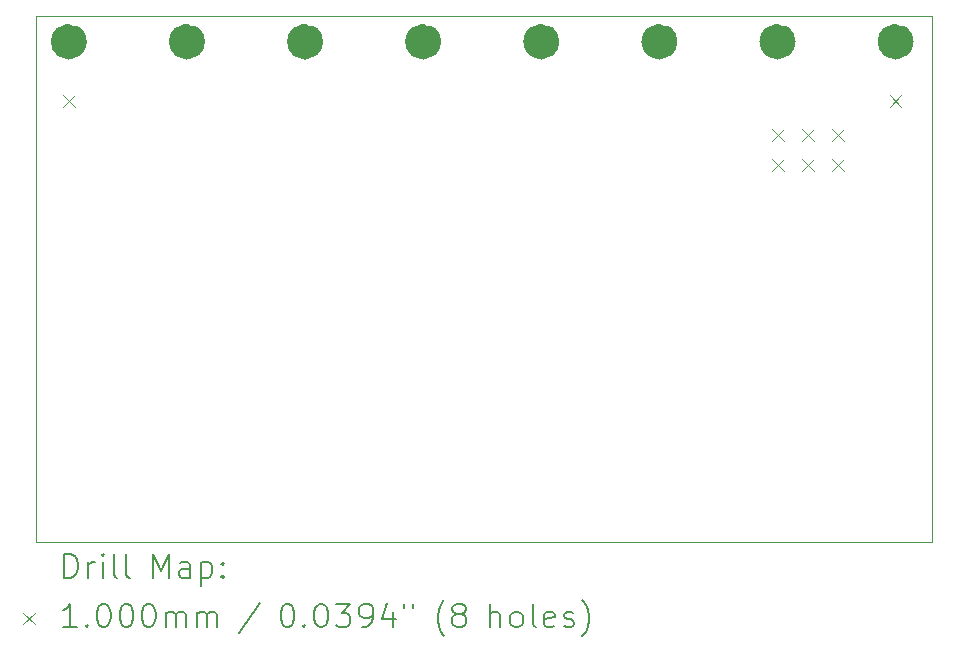
<source format=gbr>
%TF.GenerationSoftware,KiCad,Pcbnew,(6.99.0-2452-gdb4f2d9dd8)*%
%TF.CreationDate,2022-08-01T20:09:52-05:00*%
%TF.ProjectId,council of matts,636f756e-6369-46c2-906f-66206d617474,rev?*%
%TF.SameCoordinates,Original*%
%TF.FileFunction,Drillmap*%
%TF.FilePolarity,Positive*%
%FSLAX45Y45*%
G04 Gerber Fmt 4.5, Leading zero omitted, Abs format (unit mm)*
G04 Created by KiCad (PCBNEW (6.99.0-2452-gdb4f2d9dd8)) date 2022-08-01 20:09:52*
%MOMM*%
%LPD*%
G01*
G04 APERTURE LIST*
%ADD10C,1.536607*%
%ADD11C,0.100000*%
%ADD12C,0.200000*%
G04 APERTURE END LIST*
D10*
X13876830Y-6100000D02*
G75*
G03*
X13876830Y-6100000I-76830J0D01*
G01*
X9876830Y-6100000D02*
G75*
G03*
X9876830Y-6100000I-76830J0D01*
G01*
D11*
X6520000Y-5880000D02*
X14110000Y-5880000D01*
X14110000Y-5880000D02*
X14110000Y-10340000D01*
X14110000Y-10340000D02*
X6520000Y-10340000D01*
X6520000Y-10340000D02*
X6520000Y-5880000D01*
D10*
X11876830Y-6100000D02*
G75*
G03*
X11876830Y-6100000I-76830J0D01*
G01*
X7876830Y-6100000D02*
G75*
G03*
X7876830Y-6100000I-76830J0D01*
G01*
X6876830Y-6100000D02*
G75*
G03*
X6876830Y-6100000I-76830J0D01*
G01*
X10876830Y-6100000D02*
G75*
G03*
X10876830Y-6100000I-76830J0D01*
G01*
X12876830Y-6100000D02*
G75*
G03*
X12876830Y-6100000I-76830J0D01*
G01*
X8876830Y-6100000D02*
G75*
G03*
X8876830Y-6100000I-76830J0D01*
G01*
D12*
D11*
X6750000Y-6550000D02*
X6850000Y-6650000D01*
X6850000Y-6550000D02*
X6750000Y-6650000D01*
X12756000Y-6840000D02*
X12856000Y-6940000D01*
X12856000Y-6840000D02*
X12756000Y-6940000D01*
X12756000Y-7094000D02*
X12856000Y-7194000D01*
X12856000Y-7094000D02*
X12756000Y-7194000D01*
X13010000Y-6840000D02*
X13110000Y-6940000D01*
X13110000Y-6840000D02*
X13010000Y-6940000D01*
X13010000Y-7094000D02*
X13110000Y-7194000D01*
X13110000Y-7094000D02*
X13010000Y-7194000D01*
X13264000Y-6840000D02*
X13364000Y-6940000D01*
X13364000Y-6840000D02*
X13264000Y-6940000D01*
X13264000Y-7094000D02*
X13364000Y-7194000D01*
X13364000Y-7094000D02*
X13264000Y-7194000D01*
X13750000Y-6550000D02*
X13850000Y-6650000D01*
X13850000Y-6550000D02*
X13750000Y-6650000D01*
D12*
X6762619Y-10638476D02*
X6762619Y-10438476D01*
X6762619Y-10438476D02*
X6810238Y-10438476D01*
X6810238Y-10438476D02*
X6838809Y-10448000D01*
X6838809Y-10448000D02*
X6857857Y-10467048D01*
X6857857Y-10467048D02*
X6867381Y-10486095D01*
X6867381Y-10486095D02*
X6876905Y-10524190D01*
X6876905Y-10524190D02*
X6876905Y-10552762D01*
X6876905Y-10552762D02*
X6867381Y-10590857D01*
X6867381Y-10590857D02*
X6857857Y-10609905D01*
X6857857Y-10609905D02*
X6838809Y-10628952D01*
X6838809Y-10628952D02*
X6810238Y-10638476D01*
X6810238Y-10638476D02*
X6762619Y-10638476D01*
X6962619Y-10638476D02*
X6962619Y-10505143D01*
X6962619Y-10543238D02*
X6972143Y-10524190D01*
X6972143Y-10524190D02*
X6981667Y-10514667D01*
X6981667Y-10514667D02*
X7000714Y-10505143D01*
X7000714Y-10505143D02*
X7019762Y-10505143D01*
X7086428Y-10638476D02*
X7086428Y-10505143D01*
X7086428Y-10438476D02*
X7076905Y-10448000D01*
X7076905Y-10448000D02*
X7086428Y-10457524D01*
X7086428Y-10457524D02*
X7095952Y-10448000D01*
X7095952Y-10448000D02*
X7086428Y-10438476D01*
X7086428Y-10438476D02*
X7086428Y-10457524D01*
X7210238Y-10638476D02*
X7191190Y-10628952D01*
X7191190Y-10628952D02*
X7181667Y-10609905D01*
X7181667Y-10609905D02*
X7181667Y-10438476D01*
X7315000Y-10638476D02*
X7295952Y-10628952D01*
X7295952Y-10628952D02*
X7286428Y-10609905D01*
X7286428Y-10609905D02*
X7286428Y-10438476D01*
X7511190Y-10638476D02*
X7511190Y-10438476D01*
X7511190Y-10438476D02*
X7577857Y-10581333D01*
X7577857Y-10581333D02*
X7644524Y-10438476D01*
X7644524Y-10438476D02*
X7644524Y-10638476D01*
X7825476Y-10638476D02*
X7825476Y-10533714D01*
X7825476Y-10533714D02*
X7815952Y-10514667D01*
X7815952Y-10514667D02*
X7796905Y-10505143D01*
X7796905Y-10505143D02*
X7758809Y-10505143D01*
X7758809Y-10505143D02*
X7739762Y-10514667D01*
X7825476Y-10628952D02*
X7806428Y-10638476D01*
X7806428Y-10638476D02*
X7758809Y-10638476D01*
X7758809Y-10638476D02*
X7739762Y-10628952D01*
X7739762Y-10628952D02*
X7730238Y-10609905D01*
X7730238Y-10609905D02*
X7730238Y-10590857D01*
X7730238Y-10590857D02*
X7739762Y-10571810D01*
X7739762Y-10571810D02*
X7758809Y-10562286D01*
X7758809Y-10562286D02*
X7806428Y-10562286D01*
X7806428Y-10562286D02*
X7825476Y-10552762D01*
X7920714Y-10505143D02*
X7920714Y-10705143D01*
X7920714Y-10514667D02*
X7939762Y-10505143D01*
X7939762Y-10505143D02*
X7977857Y-10505143D01*
X7977857Y-10505143D02*
X7996905Y-10514667D01*
X7996905Y-10514667D02*
X8006428Y-10524190D01*
X8006428Y-10524190D02*
X8015952Y-10543238D01*
X8015952Y-10543238D02*
X8015952Y-10600381D01*
X8015952Y-10600381D02*
X8006428Y-10619429D01*
X8006428Y-10619429D02*
X7996905Y-10628952D01*
X7996905Y-10628952D02*
X7977857Y-10638476D01*
X7977857Y-10638476D02*
X7939762Y-10638476D01*
X7939762Y-10638476D02*
X7920714Y-10628952D01*
X8101667Y-10619429D02*
X8111190Y-10628952D01*
X8111190Y-10628952D02*
X8101667Y-10638476D01*
X8101667Y-10638476D02*
X8092143Y-10628952D01*
X8092143Y-10628952D02*
X8101667Y-10619429D01*
X8101667Y-10619429D02*
X8101667Y-10638476D01*
X8101667Y-10514667D02*
X8111190Y-10524190D01*
X8111190Y-10524190D02*
X8101667Y-10533714D01*
X8101667Y-10533714D02*
X8092143Y-10524190D01*
X8092143Y-10524190D02*
X8101667Y-10514667D01*
X8101667Y-10514667D02*
X8101667Y-10533714D01*
D11*
X6415000Y-10935000D02*
X6515000Y-11035000D01*
X6515000Y-10935000D02*
X6415000Y-11035000D01*
D12*
X6867381Y-11058476D02*
X6753095Y-11058476D01*
X6810238Y-11058476D02*
X6810238Y-10858476D01*
X6810238Y-10858476D02*
X6791190Y-10887048D01*
X6791190Y-10887048D02*
X6772143Y-10906095D01*
X6772143Y-10906095D02*
X6753095Y-10915619D01*
X6953095Y-11039429D02*
X6962619Y-11048952D01*
X6962619Y-11048952D02*
X6953095Y-11058476D01*
X6953095Y-11058476D02*
X6943571Y-11048952D01*
X6943571Y-11048952D02*
X6953095Y-11039429D01*
X6953095Y-11039429D02*
X6953095Y-11058476D01*
X7086428Y-10858476D02*
X7105476Y-10858476D01*
X7105476Y-10858476D02*
X7124524Y-10868000D01*
X7124524Y-10868000D02*
X7134048Y-10877524D01*
X7134048Y-10877524D02*
X7143571Y-10896571D01*
X7143571Y-10896571D02*
X7153095Y-10934667D01*
X7153095Y-10934667D02*
X7153095Y-10982286D01*
X7153095Y-10982286D02*
X7143571Y-11020381D01*
X7143571Y-11020381D02*
X7134048Y-11039429D01*
X7134048Y-11039429D02*
X7124524Y-11048952D01*
X7124524Y-11048952D02*
X7105476Y-11058476D01*
X7105476Y-11058476D02*
X7086428Y-11058476D01*
X7086428Y-11058476D02*
X7067381Y-11048952D01*
X7067381Y-11048952D02*
X7057857Y-11039429D01*
X7057857Y-11039429D02*
X7048333Y-11020381D01*
X7048333Y-11020381D02*
X7038809Y-10982286D01*
X7038809Y-10982286D02*
X7038809Y-10934667D01*
X7038809Y-10934667D02*
X7048333Y-10896571D01*
X7048333Y-10896571D02*
X7057857Y-10877524D01*
X7057857Y-10877524D02*
X7067381Y-10868000D01*
X7067381Y-10868000D02*
X7086428Y-10858476D01*
X7276905Y-10858476D02*
X7295952Y-10858476D01*
X7295952Y-10858476D02*
X7315000Y-10868000D01*
X7315000Y-10868000D02*
X7324524Y-10877524D01*
X7324524Y-10877524D02*
X7334048Y-10896571D01*
X7334048Y-10896571D02*
X7343571Y-10934667D01*
X7343571Y-10934667D02*
X7343571Y-10982286D01*
X7343571Y-10982286D02*
X7334048Y-11020381D01*
X7334048Y-11020381D02*
X7324524Y-11039429D01*
X7324524Y-11039429D02*
X7315000Y-11048952D01*
X7315000Y-11048952D02*
X7295952Y-11058476D01*
X7295952Y-11058476D02*
X7276905Y-11058476D01*
X7276905Y-11058476D02*
X7257857Y-11048952D01*
X7257857Y-11048952D02*
X7248333Y-11039429D01*
X7248333Y-11039429D02*
X7238809Y-11020381D01*
X7238809Y-11020381D02*
X7229286Y-10982286D01*
X7229286Y-10982286D02*
X7229286Y-10934667D01*
X7229286Y-10934667D02*
X7238809Y-10896571D01*
X7238809Y-10896571D02*
X7248333Y-10877524D01*
X7248333Y-10877524D02*
X7257857Y-10868000D01*
X7257857Y-10868000D02*
X7276905Y-10858476D01*
X7467381Y-10858476D02*
X7486429Y-10858476D01*
X7486429Y-10858476D02*
X7505476Y-10868000D01*
X7505476Y-10868000D02*
X7515000Y-10877524D01*
X7515000Y-10877524D02*
X7524524Y-10896571D01*
X7524524Y-10896571D02*
X7534048Y-10934667D01*
X7534048Y-10934667D02*
X7534048Y-10982286D01*
X7534048Y-10982286D02*
X7524524Y-11020381D01*
X7524524Y-11020381D02*
X7515000Y-11039429D01*
X7515000Y-11039429D02*
X7505476Y-11048952D01*
X7505476Y-11048952D02*
X7486429Y-11058476D01*
X7486429Y-11058476D02*
X7467381Y-11058476D01*
X7467381Y-11058476D02*
X7448333Y-11048952D01*
X7448333Y-11048952D02*
X7438809Y-11039429D01*
X7438809Y-11039429D02*
X7429286Y-11020381D01*
X7429286Y-11020381D02*
X7419762Y-10982286D01*
X7419762Y-10982286D02*
X7419762Y-10934667D01*
X7419762Y-10934667D02*
X7429286Y-10896571D01*
X7429286Y-10896571D02*
X7438809Y-10877524D01*
X7438809Y-10877524D02*
X7448333Y-10868000D01*
X7448333Y-10868000D02*
X7467381Y-10858476D01*
X7619762Y-11058476D02*
X7619762Y-10925143D01*
X7619762Y-10944190D02*
X7629286Y-10934667D01*
X7629286Y-10934667D02*
X7648333Y-10925143D01*
X7648333Y-10925143D02*
X7676905Y-10925143D01*
X7676905Y-10925143D02*
X7695952Y-10934667D01*
X7695952Y-10934667D02*
X7705476Y-10953714D01*
X7705476Y-10953714D02*
X7705476Y-11058476D01*
X7705476Y-10953714D02*
X7715000Y-10934667D01*
X7715000Y-10934667D02*
X7734048Y-10925143D01*
X7734048Y-10925143D02*
X7762619Y-10925143D01*
X7762619Y-10925143D02*
X7781667Y-10934667D01*
X7781667Y-10934667D02*
X7791190Y-10953714D01*
X7791190Y-10953714D02*
X7791190Y-11058476D01*
X7886429Y-11058476D02*
X7886429Y-10925143D01*
X7886429Y-10944190D02*
X7895952Y-10934667D01*
X7895952Y-10934667D02*
X7915000Y-10925143D01*
X7915000Y-10925143D02*
X7943571Y-10925143D01*
X7943571Y-10925143D02*
X7962619Y-10934667D01*
X7962619Y-10934667D02*
X7972143Y-10953714D01*
X7972143Y-10953714D02*
X7972143Y-11058476D01*
X7972143Y-10953714D02*
X7981667Y-10934667D01*
X7981667Y-10934667D02*
X8000714Y-10925143D01*
X8000714Y-10925143D02*
X8029286Y-10925143D01*
X8029286Y-10925143D02*
X8048333Y-10934667D01*
X8048333Y-10934667D02*
X8057857Y-10953714D01*
X8057857Y-10953714D02*
X8057857Y-11058476D01*
X8415952Y-10848952D02*
X8244524Y-11106095D01*
X8640714Y-10858476D02*
X8659762Y-10858476D01*
X8659762Y-10858476D02*
X8678810Y-10868000D01*
X8678810Y-10868000D02*
X8688333Y-10877524D01*
X8688333Y-10877524D02*
X8697857Y-10896571D01*
X8697857Y-10896571D02*
X8707381Y-10934667D01*
X8707381Y-10934667D02*
X8707381Y-10982286D01*
X8707381Y-10982286D02*
X8697857Y-11020381D01*
X8697857Y-11020381D02*
X8688333Y-11039429D01*
X8688333Y-11039429D02*
X8678810Y-11048952D01*
X8678810Y-11048952D02*
X8659762Y-11058476D01*
X8659762Y-11058476D02*
X8640714Y-11058476D01*
X8640714Y-11058476D02*
X8621667Y-11048952D01*
X8621667Y-11048952D02*
X8612143Y-11039429D01*
X8612143Y-11039429D02*
X8602619Y-11020381D01*
X8602619Y-11020381D02*
X8593095Y-10982286D01*
X8593095Y-10982286D02*
X8593095Y-10934667D01*
X8593095Y-10934667D02*
X8602619Y-10896571D01*
X8602619Y-10896571D02*
X8612143Y-10877524D01*
X8612143Y-10877524D02*
X8621667Y-10868000D01*
X8621667Y-10868000D02*
X8640714Y-10858476D01*
X8793095Y-11039429D02*
X8802619Y-11048952D01*
X8802619Y-11048952D02*
X8793095Y-11058476D01*
X8793095Y-11058476D02*
X8783572Y-11048952D01*
X8783572Y-11048952D02*
X8793095Y-11039429D01*
X8793095Y-11039429D02*
X8793095Y-11058476D01*
X8926429Y-10858476D02*
X8945476Y-10858476D01*
X8945476Y-10858476D02*
X8964524Y-10868000D01*
X8964524Y-10868000D02*
X8974048Y-10877524D01*
X8974048Y-10877524D02*
X8983572Y-10896571D01*
X8983572Y-10896571D02*
X8993095Y-10934667D01*
X8993095Y-10934667D02*
X8993095Y-10982286D01*
X8993095Y-10982286D02*
X8983572Y-11020381D01*
X8983572Y-11020381D02*
X8974048Y-11039429D01*
X8974048Y-11039429D02*
X8964524Y-11048952D01*
X8964524Y-11048952D02*
X8945476Y-11058476D01*
X8945476Y-11058476D02*
X8926429Y-11058476D01*
X8926429Y-11058476D02*
X8907381Y-11048952D01*
X8907381Y-11048952D02*
X8897857Y-11039429D01*
X8897857Y-11039429D02*
X8888333Y-11020381D01*
X8888333Y-11020381D02*
X8878810Y-10982286D01*
X8878810Y-10982286D02*
X8878810Y-10934667D01*
X8878810Y-10934667D02*
X8888333Y-10896571D01*
X8888333Y-10896571D02*
X8897857Y-10877524D01*
X8897857Y-10877524D02*
X8907381Y-10868000D01*
X8907381Y-10868000D02*
X8926429Y-10858476D01*
X9059762Y-10858476D02*
X9183572Y-10858476D01*
X9183572Y-10858476D02*
X9116905Y-10934667D01*
X9116905Y-10934667D02*
X9145476Y-10934667D01*
X9145476Y-10934667D02*
X9164524Y-10944190D01*
X9164524Y-10944190D02*
X9174048Y-10953714D01*
X9174048Y-10953714D02*
X9183572Y-10972762D01*
X9183572Y-10972762D02*
X9183572Y-11020381D01*
X9183572Y-11020381D02*
X9174048Y-11039429D01*
X9174048Y-11039429D02*
X9164524Y-11048952D01*
X9164524Y-11048952D02*
X9145476Y-11058476D01*
X9145476Y-11058476D02*
X9088333Y-11058476D01*
X9088333Y-11058476D02*
X9069286Y-11048952D01*
X9069286Y-11048952D02*
X9059762Y-11039429D01*
X9278810Y-11058476D02*
X9316905Y-11058476D01*
X9316905Y-11058476D02*
X9335953Y-11048952D01*
X9335953Y-11048952D02*
X9345476Y-11039429D01*
X9345476Y-11039429D02*
X9364524Y-11010857D01*
X9364524Y-11010857D02*
X9374048Y-10972762D01*
X9374048Y-10972762D02*
X9374048Y-10896571D01*
X9374048Y-10896571D02*
X9364524Y-10877524D01*
X9364524Y-10877524D02*
X9355000Y-10868000D01*
X9355000Y-10868000D02*
X9335953Y-10858476D01*
X9335953Y-10858476D02*
X9297857Y-10858476D01*
X9297857Y-10858476D02*
X9278810Y-10868000D01*
X9278810Y-10868000D02*
X9269286Y-10877524D01*
X9269286Y-10877524D02*
X9259762Y-10896571D01*
X9259762Y-10896571D02*
X9259762Y-10944190D01*
X9259762Y-10944190D02*
X9269286Y-10963238D01*
X9269286Y-10963238D02*
X9278810Y-10972762D01*
X9278810Y-10972762D02*
X9297857Y-10982286D01*
X9297857Y-10982286D02*
X9335953Y-10982286D01*
X9335953Y-10982286D02*
X9355000Y-10972762D01*
X9355000Y-10972762D02*
X9364524Y-10963238D01*
X9364524Y-10963238D02*
X9374048Y-10944190D01*
X9545476Y-10925143D02*
X9545476Y-11058476D01*
X9497857Y-10848952D02*
X9450238Y-10991810D01*
X9450238Y-10991810D02*
X9574048Y-10991810D01*
X9640714Y-10858476D02*
X9640714Y-10896571D01*
X9716905Y-10858476D02*
X9716905Y-10896571D01*
X9979762Y-11134667D02*
X9970238Y-11125143D01*
X9970238Y-11125143D02*
X9951191Y-11096571D01*
X9951191Y-11096571D02*
X9941667Y-11077524D01*
X9941667Y-11077524D02*
X9932143Y-11048952D01*
X9932143Y-11048952D02*
X9922619Y-11001333D01*
X9922619Y-11001333D02*
X9922619Y-10963238D01*
X9922619Y-10963238D02*
X9932143Y-10915619D01*
X9932143Y-10915619D02*
X9941667Y-10887048D01*
X9941667Y-10887048D02*
X9951191Y-10868000D01*
X9951191Y-10868000D02*
X9970238Y-10839429D01*
X9970238Y-10839429D02*
X9979762Y-10829905D01*
X10084524Y-10944190D02*
X10065476Y-10934667D01*
X10065476Y-10934667D02*
X10055953Y-10925143D01*
X10055953Y-10925143D02*
X10046429Y-10906095D01*
X10046429Y-10906095D02*
X10046429Y-10896571D01*
X10046429Y-10896571D02*
X10055953Y-10877524D01*
X10055953Y-10877524D02*
X10065476Y-10868000D01*
X10065476Y-10868000D02*
X10084524Y-10858476D01*
X10084524Y-10858476D02*
X10122619Y-10858476D01*
X10122619Y-10858476D02*
X10141667Y-10868000D01*
X10141667Y-10868000D02*
X10151191Y-10877524D01*
X10151191Y-10877524D02*
X10160714Y-10896571D01*
X10160714Y-10896571D02*
X10160714Y-10906095D01*
X10160714Y-10906095D02*
X10151191Y-10925143D01*
X10151191Y-10925143D02*
X10141667Y-10934667D01*
X10141667Y-10934667D02*
X10122619Y-10944190D01*
X10122619Y-10944190D02*
X10084524Y-10944190D01*
X10084524Y-10944190D02*
X10065476Y-10953714D01*
X10065476Y-10953714D02*
X10055953Y-10963238D01*
X10055953Y-10963238D02*
X10046429Y-10982286D01*
X10046429Y-10982286D02*
X10046429Y-11020381D01*
X10046429Y-11020381D02*
X10055953Y-11039429D01*
X10055953Y-11039429D02*
X10065476Y-11048952D01*
X10065476Y-11048952D02*
X10084524Y-11058476D01*
X10084524Y-11058476D02*
X10122619Y-11058476D01*
X10122619Y-11058476D02*
X10141667Y-11048952D01*
X10141667Y-11048952D02*
X10151191Y-11039429D01*
X10151191Y-11039429D02*
X10160714Y-11020381D01*
X10160714Y-11020381D02*
X10160714Y-10982286D01*
X10160714Y-10982286D02*
X10151191Y-10963238D01*
X10151191Y-10963238D02*
X10141667Y-10953714D01*
X10141667Y-10953714D02*
X10122619Y-10944190D01*
X10366429Y-11058476D02*
X10366429Y-10858476D01*
X10452143Y-11058476D02*
X10452143Y-10953714D01*
X10452143Y-10953714D02*
X10442619Y-10934667D01*
X10442619Y-10934667D02*
X10423572Y-10925143D01*
X10423572Y-10925143D02*
X10395000Y-10925143D01*
X10395000Y-10925143D02*
X10375953Y-10934667D01*
X10375953Y-10934667D02*
X10366429Y-10944190D01*
X10575953Y-11058476D02*
X10556905Y-11048952D01*
X10556905Y-11048952D02*
X10547381Y-11039429D01*
X10547381Y-11039429D02*
X10537857Y-11020381D01*
X10537857Y-11020381D02*
X10537857Y-10963238D01*
X10537857Y-10963238D02*
X10547381Y-10944190D01*
X10547381Y-10944190D02*
X10556905Y-10934667D01*
X10556905Y-10934667D02*
X10575953Y-10925143D01*
X10575953Y-10925143D02*
X10604524Y-10925143D01*
X10604524Y-10925143D02*
X10623572Y-10934667D01*
X10623572Y-10934667D02*
X10633095Y-10944190D01*
X10633095Y-10944190D02*
X10642619Y-10963238D01*
X10642619Y-10963238D02*
X10642619Y-11020381D01*
X10642619Y-11020381D02*
X10633095Y-11039429D01*
X10633095Y-11039429D02*
X10623572Y-11048952D01*
X10623572Y-11048952D02*
X10604524Y-11058476D01*
X10604524Y-11058476D02*
X10575953Y-11058476D01*
X10756905Y-11058476D02*
X10737857Y-11048952D01*
X10737857Y-11048952D02*
X10728334Y-11029905D01*
X10728334Y-11029905D02*
X10728334Y-10858476D01*
X10909286Y-11048952D02*
X10890238Y-11058476D01*
X10890238Y-11058476D02*
X10852143Y-11058476D01*
X10852143Y-11058476D02*
X10833095Y-11048952D01*
X10833095Y-11048952D02*
X10823572Y-11029905D01*
X10823572Y-11029905D02*
X10823572Y-10953714D01*
X10823572Y-10953714D02*
X10833095Y-10934667D01*
X10833095Y-10934667D02*
X10852143Y-10925143D01*
X10852143Y-10925143D02*
X10890238Y-10925143D01*
X10890238Y-10925143D02*
X10909286Y-10934667D01*
X10909286Y-10934667D02*
X10918810Y-10953714D01*
X10918810Y-10953714D02*
X10918810Y-10972762D01*
X10918810Y-10972762D02*
X10823572Y-10991810D01*
X10995000Y-11048952D02*
X11014048Y-11058476D01*
X11014048Y-11058476D02*
X11052143Y-11058476D01*
X11052143Y-11058476D02*
X11071191Y-11048952D01*
X11071191Y-11048952D02*
X11080715Y-11029905D01*
X11080715Y-11029905D02*
X11080715Y-11020381D01*
X11080715Y-11020381D02*
X11071191Y-11001333D01*
X11071191Y-11001333D02*
X11052143Y-10991810D01*
X11052143Y-10991810D02*
X11023572Y-10991810D01*
X11023572Y-10991810D02*
X11004524Y-10982286D01*
X11004524Y-10982286D02*
X10995000Y-10963238D01*
X10995000Y-10963238D02*
X10995000Y-10953714D01*
X10995000Y-10953714D02*
X11004524Y-10934667D01*
X11004524Y-10934667D02*
X11023572Y-10925143D01*
X11023572Y-10925143D02*
X11052143Y-10925143D01*
X11052143Y-10925143D02*
X11071191Y-10934667D01*
X11147381Y-11134667D02*
X11156905Y-11125143D01*
X11156905Y-11125143D02*
X11175953Y-11096571D01*
X11175953Y-11096571D02*
X11185476Y-11077524D01*
X11185476Y-11077524D02*
X11195000Y-11048952D01*
X11195000Y-11048952D02*
X11204524Y-11001333D01*
X11204524Y-11001333D02*
X11204524Y-10963238D01*
X11204524Y-10963238D02*
X11195000Y-10915619D01*
X11195000Y-10915619D02*
X11185476Y-10887048D01*
X11185476Y-10887048D02*
X11175953Y-10868000D01*
X11175953Y-10868000D02*
X11156905Y-10839429D01*
X11156905Y-10839429D02*
X11147381Y-10829905D01*
M02*

</source>
